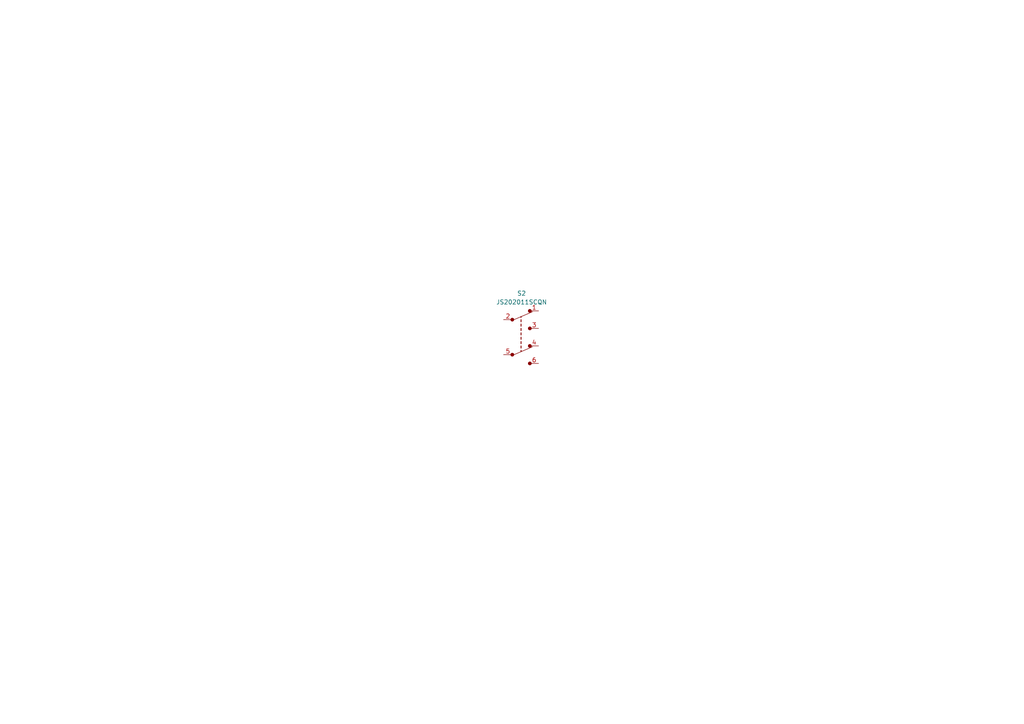
<source format=kicad_sch>
(kicad_sch (version 20231120) (generator "eeschema") (generator_version "8.0")
  (paper "A4")
  (lib_symbols
    (symbol "dk_Slide-Switches:JS202011SCQN" (pin_names (offset 0))
      (property "Reference" "S" (at -3.81 8.255 0))
      (property "Value" "JS202011SCQN" (at 0 -11.43 0))
      (symbol "JS202011SCQN_0_1"
        (circle (center -2.54 -5.08) (radius 0.4572) (fill (type outline)))
        (circle (center -2.54 5.08) (radius 0.4572) (fill (type outline)))
        (polyline (pts (xy -2.032 -5.08) (xy 3.302 -2.794)))
        (polyline (pts (xy -2.032 5.08) (xy 3.302 7.366)))
        (polyline (pts (xy 0 -3.81) (xy 0 -4.191)) (stroke (width 0.254)))
        (polyline (pts (xy 0 -2.54) (xy 0 -3.175)) (stroke (width 0.254)))
        (polyline (pts (xy 0 -1.27) (xy 0 -1.905)) (stroke (width 0.254)))
        (polyline (pts (xy 0 0) (xy 0 -0.635)) (stroke (width 0.254)))
        (polyline (pts (xy 0 1.27) (xy 0 0.635)) (stroke (width 0.254)))
        (polyline (pts (xy 0 2.54) (xy 0 1.905)) (stroke (width 0.254)))
        (polyline (pts (xy 0 3.81) (xy 0 3.175)) (stroke (width 0.254)))
        (polyline (pts (xy 0 5.08) (xy 0 4.445)) (stroke (width 0.254)))
        (polyline (pts (xy 0 5.969) (xy 0 5.715)) (stroke (width 0.254)))
        (circle (center 2.54 -7.62) (radius 0.4572) (fill (type outline)))
        (circle (center 2.54 -2.54) (radius 0.4572) (fill (type outline)))
        (circle (center 2.54 2.54) (radius 0.4572) (fill (type outline)))
        (circle (center 2.54 7.62) (radius 0.4572) (fill (type outline)))
      )
      (symbol "JS202011SCQN_1_1"
        (pin passive line (at 5.08 7.62 180) (length 2.54) (name "~") (number "1"))
        (pin passive line (at -5.08 5.08 0) (length 2.54) (name "~") (number "2"))
        (pin passive line (at 5.08 2.54 180) (length 2.54) (name "~") (number "3"))
        (pin passive line (at 5.08 -2.54 180) (length 2.54) (name "~") (number "4"))
        (pin passive line (at -5.08 -5.08 0) (length 2.54) (name "~") (number "5"))
        (pin passive line (at 5.08 -7.62 180) (length 2.54) (name "~") (number "6"))
      )
    )
  )
  (symbol (lib_id "dk_Slide-Switches:JS202011SCQN") (at 151.13 97.79 0) (unit 1)
    (property "Reference" "S2" (at 151.2824 85.09 0))
    (property "Value" "JS202011SCQN" (at 151.2824 87.63 0))
    (property "Footprint" "digikey-footprints:Switch_Slide_JS202011SCQN" (effects (hide yes)))
    (property "Datasheet" "https://www.ckswitches.com/media/1422/js.pdf" (effects (hide yes)))
    (property "Description" "SWITCH SLIDE DPDT 300MA 6V" (effects (hide yes)))
    (property "Digi-Key_PN" "401-2002-1-ND" (effects (hide yes)))
    (property "MPN" "JS202011SCQN" (effects (hide yes)))
    (property "Category" "Switches" (effects (hide yes)))
    (property "Family" "Slide Switches" (effects (hide yes)))
    (property "DK_Datasheet_Link" "https://www.ckswitches.com/media/1422/js.pdf" (effects (hide yes)))
    (property "DK_Detail_Page" "/product-detail/en/c-k/JS202011SCQN/401-2002-1-ND/1640098" (effects (hide yes)))
    (property "Description_1" "SWITCH SLIDE DPDT 300MA 6V" (effects (hide yes)))
    (property "Manufacturer" "C&K" (effects (hide yes)))
    (property "Status" "Active" (effects (hide yes)))
  )
)
</source>
